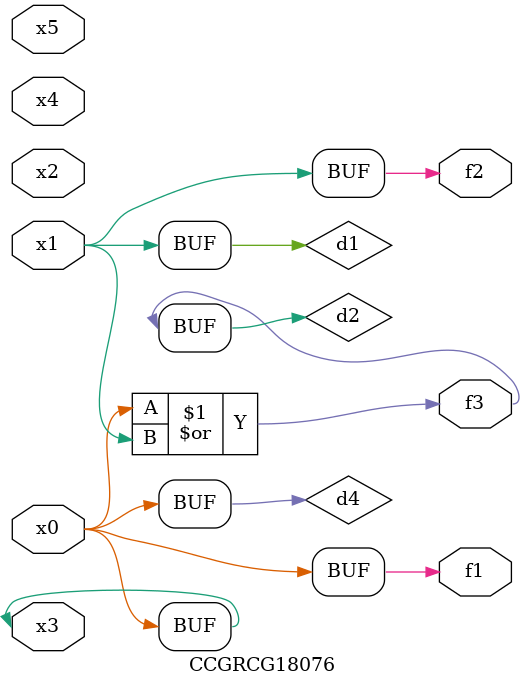
<source format=v>
module CCGRCG18076(
	input x0, x1, x2, x3, x4, x5,
	output f1, f2, f3
);

	wire d1, d2, d3, d4;

	and (d1, x1);
	or (d2, x0, x1);
	nand (d3, x0, x5);
	buf (d4, x0, x3);
	assign f1 = d4;
	assign f2 = d1;
	assign f3 = d2;
endmodule

</source>
